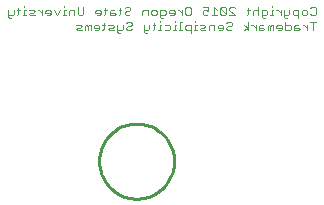
<source format=gbo>
G75*
%MOIN*%
%OFA0B0*%
%FSLAX24Y24*%
%IPPOS*%
%LPD*%
%AMOC8*
5,1,8,0,0,1.08239X$1,22.5*
%
%ADD10C,0.0040*%
%ADD11C,0.0100*%
D10*
X011372Y005913D02*
X011419Y005867D01*
X011466Y005867D01*
X011512Y005960D02*
X011372Y005960D01*
X011372Y005913D02*
X011372Y006147D01*
X011264Y006100D02*
X011218Y006147D01*
X011077Y006147D01*
X011124Y006053D02*
X011218Y006053D01*
X011264Y006100D01*
X011124Y006053D02*
X011077Y006007D01*
X011124Y005960D01*
X011264Y005960D01*
X011512Y005960D02*
X011559Y006007D01*
X011559Y006147D01*
X011667Y006194D02*
X011714Y006240D01*
X011807Y006240D01*
X011854Y006194D01*
X011854Y006147D01*
X011807Y006100D01*
X011714Y006100D01*
X011667Y006053D01*
X011667Y006007D01*
X011714Y005960D01*
X011807Y005960D01*
X011854Y006007D01*
X012256Y005960D02*
X012396Y005960D01*
X012443Y006007D01*
X012443Y006147D01*
X012546Y006147D02*
X012639Y006147D01*
X012593Y006194D02*
X012593Y006007D01*
X012546Y005960D01*
X012742Y005960D02*
X012836Y005960D01*
X012789Y005960D02*
X012789Y006147D01*
X012836Y006147D01*
X012789Y006240D02*
X012789Y006287D01*
X012843Y006367D02*
X012796Y006413D01*
X012796Y006647D01*
X012936Y006647D01*
X012983Y006600D01*
X012983Y006507D01*
X012936Y006460D01*
X012796Y006460D01*
X012843Y006367D02*
X012890Y006367D01*
X012688Y006507D02*
X012642Y006460D01*
X012548Y006460D01*
X012502Y006507D01*
X012502Y006600D01*
X012548Y006647D01*
X012642Y006647D01*
X012688Y006600D01*
X012688Y006507D01*
X012394Y006460D02*
X012394Y006647D01*
X012254Y006647D01*
X012207Y006600D01*
X012207Y006460D01*
X011805Y006507D02*
X011758Y006460D01*
X011664Y006460D01*
X011618Y006507D01*
X011618Y006553D01*
X011664Y006600D01*
X011758Y006600D01*
X011805Y006647D01*
X011805Y006694D01*
X011758Y006740D01*
X011664Y006740D01*
X011618Y006694D01*
X011510Y006647D02*
X011416Y006647D01*
X011463Y006694D02*
X011463Y006507D01*
X011416Y006460D01*
X011313Y006507D02*
X011267Y006553D01*
X011127Y006553D01*
X011127Y006600D02*
X011127Y006460D01*
X011267Y006460D01*
X011313Y006507D01*
X011173Y006647D02*
X011127Y006600D01*
X011173Y006647D02*
X011267Y006647D01*
X011019Y006647D02*
X010925Y006647D01*
X010972Y006694D02*
X010972Y006507D01*
X010925Y006460D01*
X010822Y006507D02*
X010822Y006600D01*
X010776Y006647D01*
X010682Y006647D01*
X010636Y006600D01*
X010636Y006553D01*
X010822Y006553D01*
X010822Y006507D02*
X010776Y006460D01*
X010682Y006460D01*
X010233Y006507D02*
X010186Y006460D01*
X010093Y006460D01*
X010046Y006507D01*
X010046Y006740D01*
X009938Y006647D02*
X009798Y006647D01*
X009752Y006600D01*
X009752Y006460D01*
X009644Y006460D02*
X009550Y006460D01*
X009597Y006460D02*
X009597Y006647D01*
X009644Y006647D01*
X009597Y006740D02*
X009597Y006787D01*
X009447Y006647D02*
X009354Y006460D01*
X009260Y006647D01*
X009153Y006600D02*
X009106Y006647D01*
X009013Y006647D01*
X008966Y006600D01*
X008966Y006553D01*
X009153Y006553D01*
X009153Y006507D02*
X009153Y006600D01*
X009153Y006507D02*
X009106Y006460D01*
X009013Y006460D01*
X008858Y006460D02*
X008858Y006647D01*
X008765Y006647D02*
X008718Y006647D01*
X008765Y006647D02*
X008858Y006553D01*
X008612Y006600D02*
X008566Y006647D01*
X008426Y006647D01*
X008472Y006553D02*
X008566Y006553D01*
X008612Y006600D01*
X008472Y006553D02*
X008426Y006507D01*
X008472Y006460D01*
X008612Y006460D01*
X008318Y006460D02*
X008224Y006460D01*
X008271Y006460D02*
X008271Y006647D01*
X008318Y006647D01*
X008271Y006740D02*
X008271Y006787D01*
X008075Y006694D02*
X008075Y006507D01*
X008028Y006460D01*
X007925Y006507D02*
X007878Y006460D01*
X007738Y006460D01*
X007738Y006413D02*
X007785Y006367D01*
X007832Y006367D01*
X007738Y006413D02*
X007738Y006647D01*
X007925Y006647D02*
X007925Y006507D01*
X008028Y006647D02*
X008121Y006647D01*
X009938Y006647D02*
X009938Y006460D01*
X010233Y006507D02*
X010233Y006740D01*
X010923Y006194D02*
X010923Y006007D01*
X010876Y005960D01*
X010773Y006007D02*
X010727Y005960D01*
X010633Y005960D01*
X010773Y006007D02*
X010773Y006100D01*
X010727Y006147D01*
X010633Y006147D01*
X010586Y006100D01*
X010586Y006053D01*
X010773Y006053D01*
X010876Y006147D02*
X010970Y006147D01*
X010479Y006147D02*
X010479Y005960D01*
X010385Y005960D02*
X010385Y006100D01*
X010338Y006147D01*
X010292Y006100D01*
X010292Y005960D01*
X010184Y005960D02*
X010044Y005960D01*
X009997Y006007D01*
X010044Y006053D01*
X010137Y006053D01*
X010184Y006100D01*
X010137Y006147D01*
X009997Y006147D01*
X010385Y006100D02*
X010432Y006147D01*
X010479Y006147D01*
X012256Y006147D02*
X012256Y005913D01*
X012303Y005867D01*
X012350Y005867D01*
X012944Y005960D02*
X013084Y005960D01*
X013130Y006007D01*
X013130Y006100D01*
X013084Y006147D01*
X012944Y006147D01*
X013280Y006147D02*
X013280Y005960D01*
X013327Y005960D02*
X013233Y005960D01*
X013430Y005960D02*
X013523Y005960D01*
X013477Y005960D02*
X013477Y006240D01*
X013523Y006240D01*
X013631Y006100D02*
X013678Y006147D01*
X013818Y006147D01*
X013818Y005867D01*
X013818Y005960D02*
X013678Y005960D01*
X013631Y006007D01*
X013631Y006100D01*
X013327Y006147D02*
X013280Y006147D01*
X013280Y006240D02*
X013280Y006287D01*
X013231Y006460D02*
X013278Y006507D01*
X013278Y006600D01*
X013231Y006647D01*
X013138Y006647D01*
X013091Y006600D01*
X013091Y006553D01*
X013278Y006553D01*
X013383Y006647D02*
X013430Y006647D01*
X013523Y006553D01*
X013523Y006460D02*
X013523Y006647D01*
X013631Y006694D02*
X013678Y006740D01*
X013771Y006740D01*
X013818Y006694D01*
X013818Y006507D01*
X013771Y006460D01*
X013678Y006460D01*
X013631Y006507D01*
X013631Y006694D01*
X014220Y006740D02*
X014407Y006740D01*
X014407Y006600D01*
X014314Y006647D01*
X014267Y006647D01*
X014220Y006600D01*
X014220Y006507D01*
X014267Y006460D01*
X014361Y006460D01*
X014407Y006507D01*
X014515Y006460D02*
X014702Y006460D01*
X014609Y006460D02*
X014609Y006740D01*
X014702Y006647D01*
X014810Y006694D02*
X014997Y006507D01*
X014950Y006460D01*
X014856Y006460D01*
X014810Y006507D01*
X014810Y006694D01*
X014856Y006740D01*
X014950Y006740D01*
X014997Y006694D01*
X014997Y006507D01*
X015104Y006460D02*
X015291Y006460D01*
X015104Y006647D01*
X015104Y006694D01*
X015151Y006740D01*
X015245Y006740D01*
X015291Y006694D01*
X015689Y006647D02*
X015782Y006647D01*
X015736Y006694D02*
X015736Y006507D01*
X015689Y006460D01*
X015890Y006460D02*
X015890Y006600D01*
X015937Y006647D01*
X016030Y006647D01*
X016077Y006600D01*
X016185Y006647D02*
X016325Y006647D01*
X016372Y006600D01*
X016372Y006507D01*
X016325Y006460D01*
X016185Y006460D01*
X016185Y006413D02*
X016185Y006647D01*
X016077Y006740D02*
X016077Y006460D01*
X016185Y006413D02*
X016232Y006367D01*
X016278Y006367D01*
X016475Y006460D02*
X016568Y006460D01*
X016521Y006460D02*
X016521Y006647D01*
X016568Y006647D01*
X016521Y006740D02*
X016521Y006787D01*
X016673Y006647D02*
X016720Y006647D01*
X016814Y006553D01*
X016814Y006460D02*
X016814Y006647D01*
X016921Y006647D02*
X016921Y006413D01*
X016968Y006367D01*
X017015Y006367D01*
X017062Y006460D02*
X016921Y006460D01*
X017062Y006460D02*
X017108Y006507D01*
X017108Y006647D01*
X017216Y006600D02*
X017216Y006507D01*
X017263Y006460D01*
X017403Y006460D01*
X017403Y006367D02*
X017403Y006647D01*
X017263Y006647D01*
X017216Y006600D01*
X017511Y006600D02*
X017511Y006507D01*
X017557Y006460D01*
X017651Y006460D01*
X017698Y006507D01*
X017698Y006600D01*
X017651Y006647D01*
X017557Y006647D01*
X017511Y006600D01*
X017805Y006507D02*
X017852Y006460D01*
X017945Y006460D01*
X017992Y006507D01*
X017992Y006694D01*
X017945Y006740D01*
X017852Y006740D01*
X017805Y006694D01*
X017805Y006240D02*
X017992Y006240D01*
X017899Y006240D02*
X017899Y005960D01*
X017698Y005960D02*
X017698Y006147D01*
X017698Y006053D02*
X017604Y006147D01*
X017557Y006147D01*
X017405Y006147D02*
X017312Y006147D01*
X017265Y006100D01*
X017265Y005960D01*
X017405Y005960D01*
X017452Y006007D01*
X017405Y006053D01*
X017265Y006053D01*
X017157Y006007D02*
X017157Y006100D01*
X017111Y006147D01*
X016971Y006147D01*
X016971Y006240D02*
X016971Y005960D01*
X017111Y005960D01*
X017157Y006007D01*
X016863Y006007D02*
X016816Y005960D01*
X016723Y005960D01*
X016863Y006007D02*
X016863Y006100D01*
X016816Y006147D01*
X016723Y006147D01*
X016676Y006100D01*
X016676Y006053D01*
X016863Y006053D01*
X016568Y005960D02*
X016568Y006147D01*
X016521Y006147D01*
X016475Y006100D01*
X016428Y006147D01*
X016381Y006100D01*
X016381Y005960D01*
X016475Y005960D02*
X016475Y006100D01*
X016273Y006007D02*
X016227Y006053D01*
X016087Y006053D01*
X016087Y006100D02*
X016087Y005960D01*
X016227Y005960D01*
X016273Y006007D01*
X016133Y006147D02*
X016087Y006100D01*
X016133Y006147D02*
X016227Y006147D01*
X015979Y006147D02*
X015979Y005960D01*
X015979Y006053D02*
X015885Y006147D01*
X015839Y006147D01*
X015733Y006240D02*
X015733Y005960D01*
X015733Y006053D02*
X015593Y005960D01*
X015733Y006053D02*
X015593Y006147D01*
X015193Y006147D02*
X015146Y006100D01*
X015053Y006100D01*
X015006Y006053D01*
X015006Y006007D01*
X015053Y005960D01*
X015146Y005960D01*
X015193Y006007D01*
X015193Y006147D02*
X015193Y006194D01*
X015146Y006240D01*
X015053Y006240D01*
X015006Y006194D01*
X014898Y006100D02*
X014852Y006147D01*
X014758Y006147D01*
X014712Y006100D01*
X014712Y006053D01*
X014898Y006053D01*
X014898Y006007D02*
X014898Y006100D01*
X014898Y006007D02*
X014852Y005960D01*
X014758Y005960D01*
X014604Y005960D02*
X014604Y006147D01*
X014464Y006147D01*
X014417Y006100D01*
X014417Y005960D01*
X014309Y005960D02*
X014169Y005960D01*
X014122Y006007D01*
X014169Y006053D01*
X014262Y006053D01*
X014309Y006100D01*
X014262Y006147D01*
X014122Y006147D01*
X014014Y006147D02*
X013968Y006147D01*
X013968Y005960D01*
X014014Y005960D02*
X013921Y005960D01*
X013968Y006240D02*
X013968Y006287D01*
X013231Y006460D02*
X013138Y006460D01*
D11*
X010762Y001600D02*
X010764Y001670D01*
X010770Y001740D01*
X010780Y001809D01*
X010793Y001878D01*
X010811Y001946D01*
X010832Y002013D01*
X010857Y002078D01*
X010886Y002142D01*
X010918Y002205D01*
X010954Y002265D01*
X010993Y002323D01*
X011035Y002379D01*
X011080Y002433D01*
X011128Y002484D01*
X011179Y002532D01*
X011233Y002577D01*
X011289Y002619D01*
X011347Y002658D01*
X011407Y002694D01*
X011470Y002726D01*
X011534Y002755D01*
X011599Y002780D01*
X011666Y002801D01*
X011734Y002819D01*
X011803Y002832D01*
X011872Y002842D01*
X011942Y002848D01*
X012012Y002850D01*
X012082Y002848D01*
X012152Y002842D01*
X012221Y002832D01*
X012290Y002819D01*
X012358Y002801D01*
X012425Y002780D01*
X012490Y002755D01*
X012554Y002726D01*
X012617Y002694D01*
X012677Y002658D01*
X012735Y002619D01*
X012791Y002577D01*
X012845Y002532D01*
X012896Y002484D01*
X012944Y002433D01*
X012989Y002379D01*
X013031Y002323D01*
X013070Y002265D01*
X013106Y002205D01*
X013138Y002142D01*
X013167Y002078D01*
X013192Y002013D01*
X013213Y001946D01*
X013231Y001878D01*
X013244Y001809D01*
X013254Y001740D01*
X013260Y001670D01*
X013262Y001600D01*
X013260Y001530D01*
X013254Y001460D01*
X013244Y001391D01*
X013231Y001322D01*
X013213Y001254D01*
X013192Y001187D01*
X013167Y001122D01*
X013138Y001058D01*
X013106Y000995D01*
X013070Y000935D01*
X013031Y000877D01*
X012989Y000821D01*
X012944Y000767D01*
X012896Y000716D01*
X012845Y000668D01*
X012791Y000623D01*
X012735Y000581D01*
X012677Y000542D01*
X012617Y000506D01*
X012554Y000474D01*
X012490Y000445D01*
X012425Y000420D01*
X012358Y000399D01*
X012290Y000381D01*
X012221Y000368D01*
X012152Y000358D01*
X012082Y000352D01*
X012012Y000350D01*
X011942Y000352D01*
X011872Y000358D01*
X011803Y000368D01*
X011734Y000381D01*
X011666Y000399D01*
X011599Y000420D01*
X011534Y000445D01*
X011470Y000474D01*
X011407Y000506D01*
X011347Y000542D01*
X011289Y000581D01*
X011233Y000623D01*
X011179Y000668D01*
X011128Y000716D01*
X011080Y000767D01*
X011035Y000821D01*
X010993Y000877D01*
X010954Y000935D01*
X010918Y000995D01*
X010886Y001058D01*
X010857Y001122D01*
X010832Y001187D01*
X010811Y001254D01*
X010793Y001322D01*
X010780Y001391D01*
X010770Y001460D01*
X010764Y001530D01*
X010762Y001600D01*
M02*

</source>
